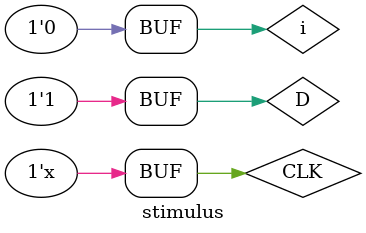
<source format=v>
`timescale 1ns / 1ps


module stimulus;

	// Inputs
	reg CLK;
	reg D;
	reg i;

	// Outputs
	wire Q;
	wire invQ;

	// Instantiate the Unit Under Test (UUT)
	DFF uut (
		.CLK(CLK), 
		.D(D), 
		.Q(Q), 
		.invQ(invQ)
	);

	always #5 CLK <= ~CLK;
	initial begin
		// Initialize Inputs
		CLK = 0;
		D = 0;

		// Wait 100 ns for global reset to finish
		#100;
        
		// Add stimulus here
		for(i=0; i<10; i=i+1) begin
			D <= 0;
			//D = 0;
			#15;
			D <= 1;
			//D = 1;
			#15;
		end
	end
   
	initial begin
		$monitor("Q = %d, invQ = %d, D = %d", Q, invQ, D);
	end
endmodule


</source>
